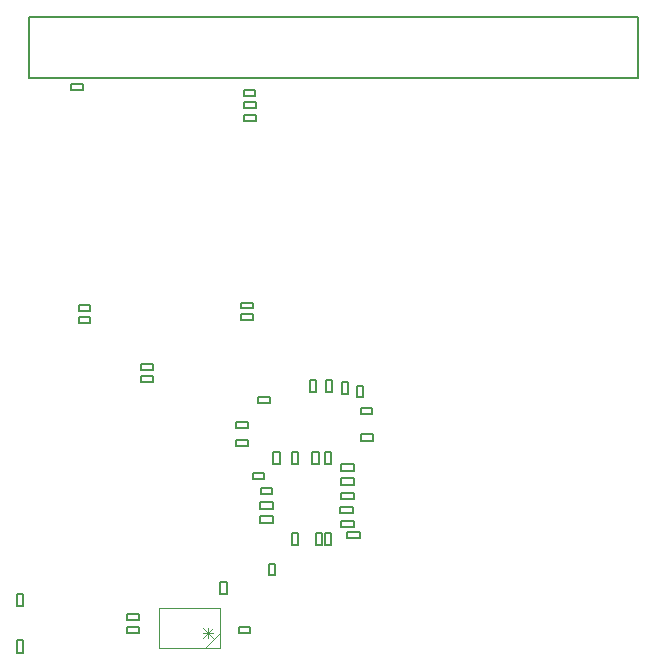
<source format=gbr>
G04*
G04 #@! TF.GenerationSoftware,Altium Limited,Altium Designer,24.1.2 (44)*
G04*
G04 Layer_Color=32768*
%FSLAX25Y25*%
%MOIN*%
G70*
G04*
G04 #@! TF.SameCoordinates,59DD8EBB-DCD7-4209-94D2-A0ED0100978B*
G04*
G04*
G04 #@! TF.FilePolarity,Positive*
G04*
G01*
G75*
%ADD11C,0.00787*%
%ADD145C,0.00300*%
%ADD147C,0.00100*%
D11*
X34851Y-381116D02*
Y-379148D01*
X30914Y-381116D02*
X34851D01*
X30914D02*
Y-379148D01*
X34851D01*
X62074Y-372553D02*
X64239D01*
X62074D02*
Y-368419D01*
X64239D01*
Y-372553D02*
Y-368419D01*
X35004Y-385567D02*
Y-383599D01*
X31067Y-385567D02*
X35004D01*
X31067D02*
Y-383599D01*
X35004D01*
X-5645Y-372701D02*
X-3676D01*
Y-376638D02*
Y-372701D01*
X-5645Y-376638D02*
X-3676D01*
X-5645D02*
Y-372701D01*
X68209Y-385567D02*
Y-383598D01*
X72146D01*
Y-385567D02*
Y-383598D01*
X68209Y-385567D02*
X72146D01*
X-5743Y-388027D02*
X-3578D01*
Y-392161D02*
Y-388027D01*
X-5743Y-392161D02*
X-3578D01*
X-5743D02*
Y-388027D01*
X12361Y-202539D02*
X16298D01*
X12361Y-204508D02*
Y-202539D01*
Y-204508D02*
X16298D01*
Y-202539D01*
X35736Y-301738D02*
X39673D01*
Y-299770D01*
X35736D02*
X39673D01*
X35736Y-301738D02*
Y-299770D01*
X14870Y-280233D02*
X18807D01*
X14870Y-282201D02*
Y-280233D01*
Y-282201D02*
X18807D01*
Y-280233D01*
X14870Y-276243D02*
X18807D01*
X14870Y-278211D02*
Y-276243D01*
Y-278211D02*
X18807D01*
Y-276243D01*
X68984Y-281286D02*
Y-279318D01*
X72921D01*
Y-281286D02*
Y-279318D01*
X68984Y-281286D02*
X72921D01*
X69930Y-214933D02*
Y-212965D01*
X73867D01*
Y-214933D02*
Y-212965D01*
X69930Y-214933D02*
X73867D01*
X69930Y-210602D02*
Y-208634D01*
X73867D01*
Y-210602D02*
Y-208634D01*
X69930Y-210602D02*
X73867D01*
X69054Y-277349D02*
Y-275381D01*
X72991D01*
Y-277349D02*
Y-275381D01*
X69054Y-277349D02*
X72991D01*
X69890Y-206665D02*
Y-204697D01*
X73827D01*
Y-206665D02*
Y-204697D01*
X69890Y-206665D02*
X73827D01*
X-1567Y-180080D02*
X201386D01*
Y-200513D02*
Y-180080D01*
X-1567Y-200513D02*
X201386D01*
X-1567D02*
Y-180080D01*
X35778Y-297956D02*
X39715D01*
Y-295988D01*
X35778D02*
X39715D01*
X35778Y-297956D02*
Y-295988D01*
X97288Y-305305D02*
X99256D01*
X97288D02*
Y-301368D01*
X99256D01*
Y-305305D02*
Y-301368D01*
X92139Y-301368D02*
X94108D01*
Y-305305D02*
Y-301368D01*
X92139Y-305305D02*
X94108D01*
X92139D02*
Y-301368D01*
X102706Y-305966D02*
X104675D01*
X102706D02*
Y-302029D01*
X104675D01*
Y-305966D02*
Y-302029D01*
X107703Y-306997D02*
X109671D01*
X107703D02*
Y-303060D01*
X109671D01*
Y-306997D02*
Y-303060D01*
X74619Y-308911D02*
Y-306943D01*
X78556D01*
Y-308911D02*
Y-306943D01*
X74619Y-308911D02*
X78556D01*
X72839Y-332106D02*
X76776D01*
X72839Y-334075D02*
Y-332106D01*
Y-334075D02*
X76776D01*
Y-332106D01*
X75541Y-337284D02*
X79478D01*
X75541Y-339252D02*
Y-337284D01*
Y-339252D02*
X79478D01*
Y-337284D01*
X79576Y-344075D02*
Y-341910D01*
X75442Y-344075D02*
X79576D01*
X75442D02*
Y-341910D01*
X79576D01*
X67360Y-323240D02*
Y-321075D01*
X71494D01*
Y-323240D02*
Y-321075D01*
X67360Y-323240D02*
X71494D01*
X67360Y-317327D02*
Y-315161D01*
X71494D01*
Y-317327D02*
Y-315161D01*
X67360Y-317327D02*
X71494D01*
X102411Y-331477D02*
Y-329311D01*
X106545D01*
Y-331477D02*
Y-329311D01*
X102411Y-331477D02*
X106545D01*
X102115Y-345569D02*
Y-343404D01*
X106249D01*
Y-345569D02*
Y-343404D01*
X102115Y-345569D02*
X106249D01*
X102411Y-350374D02*
Y-348209D01*
X106545D01*
Y-350374D02*
Y-348209D01*
X102411Y-350374D02*
X106545D01*
X102411Y-340926D02*
Y-338760D01*
X106545D01*
Y-340926D02*
Y-338760D01*
X102411Y-340926D02*
X106545D01*
X102411Y-336201D02*
Y-334036D01*
X106545D01*
Y-336201D02*
Y-334036D01*
X102411Y-336201D02*
X106545D01*
X104443Y-353918D02*
Y-351752D01*
X108577D01*
Y-353918D02*
Y-351752D01*
X104443Y-353918D02*
X108577D01*
X96997Y-329213D02*
X99163D01*
X96997D02*
Y-325079D01*
X99163D01*
Y-329213D02*
Y-325079D01*
X85974Y-329213D02*
X88139D01*
X85974D02*
Y-325079D01*
X88139D01*
Y-329213D02*
Y-325079D01*
X92667Y-329213D02*
X94832D01*
X92667D02*
Y-325079D01*
X94832D01*
Y-329213D02*
Y-325079D01*
X79675Y-329213D02*
X81840D01*
X79675D02*
Y-325079D01*
X81840D01*
Y-329213D02*
Y-325079D01*
X85974Y-352047D02*
X88139D01*
Y-356182D02*
Y-352047D01*
X85974Y-356182D02*
X88139D01*
X85974D02*
Y-352047D01*
X93848Y-352048D02*
X96013D01*
Y-356181D02*
Y-352048D01*
X93848Y-356181D02*
X96013D01*
X93848D02*
Y-352048D01*
X96997D02*
X99163D01*
Y-356181D02*
Y-352048D01*
X96997Y-356181D02*
X99163D01*
X96997D02*
Y-352048D01*
X108855Y-312588D02*
X112792D01*
Y-310620D01*
X108855D02*
X112792D01*
X108855Y-312588D02*
Y-310620D01*
X113116Y-321456D02*
Y-319291D01*
X108982Y-321456D02*
X113116D01*
X108982D02*
Y-319291D01*
X113116D01*
X80364Y-366328D02*
Y-362391D01*
X78395D02*
X80364D01*
X78395Y-366328D02*
Y-362391D01*
Y-366328D02*
X80364D01*
X79576Y-348800D02*
Y-346634D01*
X75442Y-348800D02*
X79576D01*
X75442D02*
Y-346634D01*
X79576D01*
D145*
X59791Y-387104D02*
X56459Y-383772D01*
Y-387104D02*
X59791Y-383772D01*
X58125Y-387104D02*
Y-383772D01*
X56459Y-385438D02*
X59791D01*
D147*
X57151Y-390554D02*
X62151Y-385554D01*
Y-385054D02*
Y-382654D01*
Y-385054D02*
Y-382654D01*
X53064Y-390554D02*
X55464D01*
X53064D02*
X55464D01*
X48339D02*
X50739D01*
X48339D02*
X50739D01*
X41651Y-385054D02*
Y-382654D01*
Y-385054D02*
Y-382654D01*
X48339Y-377154D02*
X50739D01*
X48339D02*
X50739D01*
X53064D02*
X55464D01*
X53064D02*
X55464D01*
X41651Y-390554D02*
Y-377154D01*
X62151D01*
Y-390554D02*
Y-377154D01*
X41651Y-390554D02*
X62151D01*
M02*

</source>
